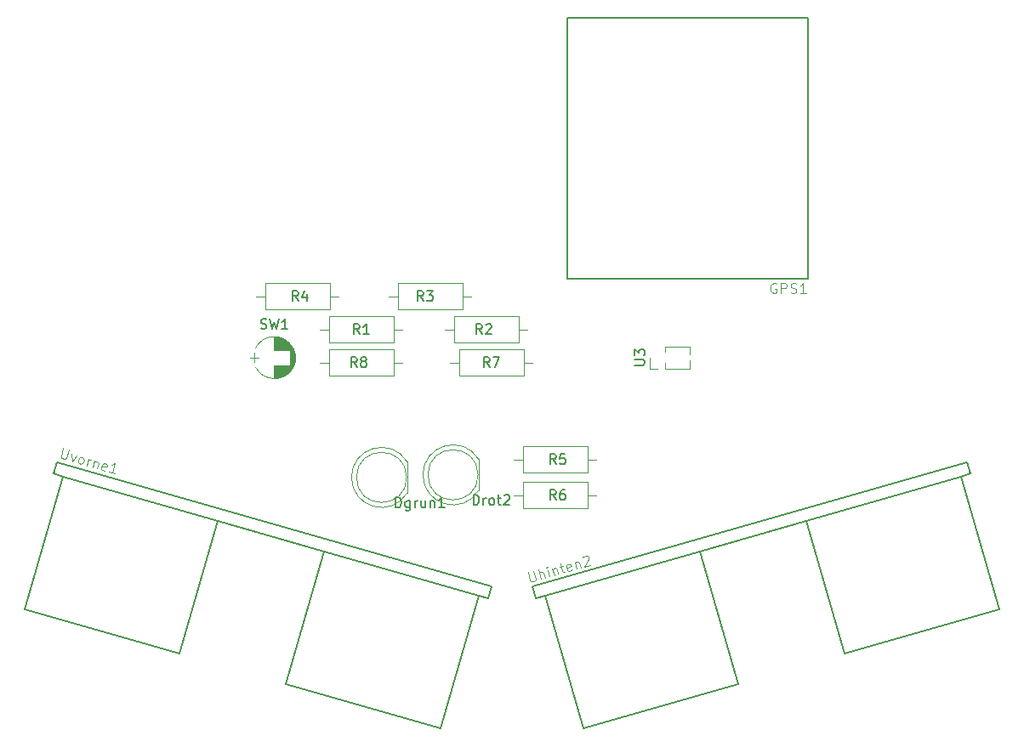
<source format=gbr>
G04 #@! TF.GenerationSoftware,KiCad,Pcbnew,(5.0.2)-1*
G04 #@! TF.CreationDate,2021-01-02T20:32:08+01:00*
G04 #@! TF.ProjectId,Radmesser,5261646d-6573-4736-9572-2e6b69636164,rev?*
G04 #@! TF.SameCoordinates,Original*
G04 #@! TF.FileFunction,Legend,Top*
G04 #@! TF.FilePolarity,Positive*
%FSLAX46Y46*%
G04 Gerber Fmt 4.6, Leading zero omitted, Abs format (unit mm)*
G04 Created by KiCad (PCBNEW (5.0.2)-1) date 02.01.2021 20:32:08*
%MOMM*%
%LPD*%
G01*
G04 APERTURE LIST*
%ADD10C,0.127000*%
%ADD11C,0.120000*%
%ADD12C,0.015000*%
%ADD13C,0.150000*%
G04 APERTURE END LIST*
D10*
G04 #@! TO.C,Uvorne1*
X122751342Y-113247310D02*
X138131529Y-117657507D01*
X148705408Y-120689519D02*
X164085595Y-125099716D01*
X168850652Y-112109942D02*
X167889390Y-111834305D01*
X167889390Y-111834305D02*
X152509203Y-107424107D01*
X152509203Y-107424107D02*
X141935324Y-104392096D01*
X141935324Y-104392096D02*
X126555137Y-99981898D01*
X126555137Y-99981898D02*
X125593876Y-99706261D01*
X125593876Y-99706261D02*
X125924640Y-98552747D01*
X125924640Y-98552747D02*
X169181417Y-110956428D01*
X169181417Y-110956428D02*
X168850652Y-112109942D01*
X126555137Y-99981898D02*
X122751342Y-113247310D01*
X167889390Y-111834305D02*
X164085595Y-125099716D01*
X141935324Y-104392096D02*
X138131529Y-117657507D01*
X152509203Y-107424107D02*
X148705408Y-120689519D01*
G04 #@! TO.C,Uhinten2*
X200524676Y-104392096D02*
X204328471Y-117657507D01*
X189950797Y-107424107D02*
X193754593Y-120689518D01*
X215904863Y-99981898D02*
X219708658Y-113247310D01*
X174570610Y-111834305D02*
X178374405Y-125099716D01*
X216535360Y-98552747D02*
X216866124Y-99706261D01*
X173278583Y-110956428D02*
X216535360Y-98552747D01*
X173609348Y-112109942D02*
X173278583Y-110956428D01*
X174570610Y-111834305D02*
X173609348Y-112109942D01*
X189950797Y-107424107D02*
X174570610Y-111834305D01*
X200524676Y-104392096D02*
X189950797Y-107424107D01*
X215904863Y-99981898D02*
X200524676Y-104392096D01*
X216866124Y-99706261D02*
X215904863Y-99981898D01*
X204328471Y-117657507D02*
X219708658Y-113247310D01*
X178374405Y-125099716D02*
X193754593Y-120689518D01*
D11*
G04 #@! TO.C,Drot2*
X162364000Y-99821538D02*
G75*
G03X167914000Y-101366830I2990000J-462D01*
G01*
X162364000Y-99822462D02*
G75*
G02X167914000Y-98277170I2990000J462D01*
G01*
X167854000Y-99822000D02*
G75*
G03X167854000Y-99822000I-2500000J0D01*
G01*
X167914000Y-101367000D02*
X167914000Y-98277000D01*
G04 #@! TO.C,Dgrun1*
X160802000Y-101621000D02*
X160802000Y-98531000D01*
X160742000Y-100076000D02*
G75*
G03X160742000Y-100076000I-2500000J0D01*
G01*
X155252000Y-100076462D02*
G75*
G02X160802000Y-98531170I2990000J462D01*
G01*
X155252000Y-100075538D02*
G75*
G03X160802000Y-101620830I2990000J-462D01*
G01*
D10*
G04 #@! TO.C,GPS1*
X200722000Y-80312000D02*
X176722000Y-80312000D01*
X200722000Y-54312000D02*
X176722000Y-54312000D01*
X200722000Y-80312000D02*
X200722000Y-54312000D01*
X176722000Y-80312000D02*
X176722000Y-54312000D01*
D11*
G04 #@! TO.C,U3*
X184914000Y-89248000D02*
X184914000Y-88138000D01*
X185674000Y-89248000D02*
X184914000Y-89248000D01*
X186434000Y-87574529D02*
X186434000Y-87028000D01*
X186434000Y-89248000D02*
X186434000Y-88701471D01*
X186434000Y-87028000D02*
X188909000Y-87028000D01*
X186434000Y-89248000D02*
X188909000Y-89248000D01*
X188909000Y-87830470D02*
X188909000Y-87028000D01*
X188909000Y-89248000D02*
X188909000Y-88445530D01*
G04 #@! TO.C,SW1*
X145562000Y-87688000D02*
X145562000Y-88588000D01*
X145112000Y-88138000D02*
X146012000Y-88138000D01*
X149643000Y-87973000D02*
X149643000Y-88303000D01*
X149603000Y-87723000D02*
X149603000Y-88553000D01*
X149563000Y-87571000D02*
X149563000Y-88705000D01*
X149523000Y-87452000D02*
X149523000Y-88824000D01*
X149483000Y-87352000D02*
X149483000Y-88924000D01*
X149443000Y-87264000D02*
X149443000Y-89012000D01*
X149403000Y-87186000D02*
X149403000Y-89090000D01*
X149363000Y-87115000D02*
X149363000Y-89161000D01*
X149323000Y-87050000D02*
X149323000Y-89226000D01*
X149283000Y-86990000D02*
X149283000Y-89286000D01*
X149243000Y-86934000D02*
X149243000Y-89342000D01*
X149203000Y-86882000D02*
X149203000Y-89394000D01*
X149163000Y-86833000D02*
X149163000Y-89443000D01*
X149123000Y-86787000D02*
X149123000Y-89489000D01*
X149083000Y-88918000D02*
X149083000Y-89533000D01*
X149083000Y-86743000D02*
X149083000Y-87358000D01*
X149043000Y-88918000D02*
X149043000Y-89574000D01*
X149043000Y-86702000D02*
X149043000Y-87358000D01*
X149003000Y-88918000D02*
X149003000Y-89613000D01*
X149003000Y-86663000D02*
X149003000Y-87358000D01*
X148963000Y-88918000D02*
X148963000Y-89650000D01*
X148963000Y-86626000D02*
X148963000Y-87358000D01*
X148923000Y-88918000D02*
X148923000Y-89685000D01*
X148923000Y-86591000D02*
X148923000Y-87358000D01*
X148883000Y-88918000D02*
X148883000Y-89719000D01*
X148883000Y-86557000D02*
X148883000Y-87358000D01*
X148843000Y-88918000D02*
X148843000Y-89751000D01*
X148843000Y-86525000D02*
X148843000Y-87358000D01*
X148803000Y-88918000D02*
X148803000Y-89781000D01*
X148803000Y-86495000D02*
X148803000Y-87358000D01*
X148763000Y-88918000D02*
X148763000Y-89810000D01*
X148763000Y-86466000D02*
X148763000Y-87358000D01*
X148723000Y-88918000D02*
X148723000Y-89837000D01*
X148723000Y-86439000D02*
X148723000Y-87358000D01*
X148683000Y-88918000D02*
X148683000Y-89863000D01*
X148683000Y-86413000D02*
X148683000Y-87358000D01*
X148643000Y-88918000D02*
X148643000Y-89888000D01*
X148643000Y-86388000D02*
X148643000Y-87358000D01*
X148603000Y-88918000D02*
X148603000Y-89911000D01*
X148603000Y-86365000D02*
X148603000Y-87358000D01*
X148563000Y-88918000D02*
X148563000Y-89934000D01*
X148563000Y-86342000D02*
X148563000Y-87358000D01*
X148523000Y-88918000D02*
X148523000Y-89955000D01*
X148523000Y-86321000D02*
X148523000Y-87358000D01*
X148483000Y-88918000D02*
X148483000Y-89975000D01*
X148483000Y-86301000D02*
X148483000Y-87358000D01*
X148443000Y-88918000D02*
X148443000Y-89994000D01*
X148443000Y-86282000D02*
X148443000Y-87358000D01*
X148403000Y-88918000D02*
X148403000Y-90012000D01*
X148403000Y-86264000D02*
X148403000Y-87358000D01*
X148363000Y-88918000D02*
X148363000Y-90029000D01*
X148363000Y-86247000D02*
X148363000Y-87358000D01*
X148323000Y-88918000D02*
X148323000Y-90045000D01*
X148323000Y-86231000D02*
X148323000Y-87358000D01*
X148283000Y-88918000D02*
X148283000Y-90061000D01*
X148283000Y-86215000D02*
X148283000Y-87358000D01*
X148242000Y-88918000D02*
X148242000Y-90075000D01*
X148242000Y-86201000D02*
X148242000Y-87358000D01*
X148202000Y-88918000D02*
X148202000Y-90088000D01*
X148202000Y-86188000D02*
X148202000Y-87358000D01*
X148162000Y-88918000D02*
X148162000Y-90101000D01*
X148162000Y-86175000D02*
X148162000Y-87358000D01*
X148122000Y-88918000D02*
X148122000Y-90112000D01*
X148122000Y-86164000D02*
X148122000Y-87358000D01*
X148082000Y-88918000D02*
X148082000Y-90123000D01*
X148082000Y-86153000D02*
X148082000Y-87358000D01*
X148042000Y-88918000D02*
X148042000Y-90133000D01*
X148042000Y-86143000D02*
X148042000Y-87358000D01*
X148002000Y-88918000D02*
X148002000Y-90142000D01*
X148002000Y-86134000D02*
X148002000Y-87358000D01*
X147962000Y-88918000D02*
X147962000Y-90150000D01*
X147962000Y-86126000D02*
X147962000Y-87358000D01*
X147922000Y-88918000D02*
X147922000Y-90157000D01*
X147922000Y-86119000D02*
X147922000Y-87358000D01*
X147882000Y-88918000D02*
X147882000Y-90164000D01*
X147882000Y-86112000D02*
X147882000Y-87358000D01*
X147842000Y-88918000D02*
X147842000Y-90170000D01*
X147842000Y-86106000D02*
X147842000Y-87358000D01*
X147802000Y-88918000D02*
X147802000Y-90175000D01*
X147802000Y-86101000D02*
X147802000Y-87358000D01*
X147762000Y-88918000D02*
X147762000Y-90179000D01*
X147762000Y-86097000D02*
X147762000Y-87358000D01*
X147722000Y-88918000D02*
X147722000Y-90182000D01*
X147722000Y-86094000D02*
X147722000Y-87358000D01*
X147682000Y-88918000D02*
X147682000Y-90185000D01*
X147682000Y-86091000D02*
X147682000Y-87358000D01*
X147642000Y-88918000D02*
X147642000Y-90187000D01*
X147642000Y-86089000D02*
X147642000Y-87358000D01*
X147602000Y-88918000D02*
X147602000Y-90188000D01*
X147602000Y-86088000D02*
X147602000Y-87358000D01*
X147562000Y-86088000D02*
X147562000Y-87358000D01*
X147562000Y-88918000D02*
X147562000Y-90188000D01*
X149408436Y-89117170D02*
G75*
G03X149407996Y-87158000I-1846436J979170D01*
G01*
X149408436Y-89117170D02*
G75*
G02X145716004Y-89118000I-1846436J979170D01*
G01*
X149408436Y-87158830D02*
G75*
G03X145716004Y-87158000I-1846436J-979170D01*
G01*
G04 #@! TO.C,R1*
X152110000Y-85344000D02*
X153000000Y-85344000D01*
X160310000Y-85344000D02*
X159420000Y-85344000D01*
X153000000Y-86654000D02*
X159420000Y-86654000D01*
X153000000Y-84034000D02*
X153000000Y-86654000D01*
X159420000Y-84034000D02*
X153000000Y-84034000D01*
X159420000Y-86654000D02*
X159420000Y-84034000D01*
G04 #@! TO.C,R2*
X171866000Y-86654000D02*
X171866000Y-84034000D01*
X171866000Y-84034000D02*
X165446000Y-84034000D01*
X165446000Y-84034000D02*
X165446000Y-86654000D01*
X165446000Y-86654000D02*
X171866000Y-86654000D01*
X172756000Y-85344000D02*
X171866000Y-85344000D01*
X164556000Y-85344000D02*
X165446000Y-85344000D01*
G04 #@! TO.C,R3*
X167168000Y-82042000D02*
X166278000Y-82042000D01*
X158968000Y-82042000D02*
X159858000Y-82042000D01*
X166278000Y-80732000D02*
X159858000Y-80732000D01*
X166278000Y-83352000D02*
X166278000Y-80732000D01*
X159858000Y-83352000D02*
X166278000Y-83352000D01*
X159858000Y-80732000D02*
X159858000Y-83352000D01*
G04 #@! TO.C,R4*
X146650000Y-80732000D02*
X146650000Y-83352000D01*
X146650000Y-83352000D02*
X153070000Y-83352000D01*
X153070000Y-83352000D02*
X153070000Y-80732000D01*
X153070000Y-80732000D02*
X146650000Y-80732000D01*
X145760000Y-82042000D02*
X146650000Y-82042000D01*
X153960000Y-82042000D02*
X153070000Y-82042000D01*
G04 #@! TO.C,R5*
X179614000Y-98298000D02*
X178724000Y-98298000D01*
X171414000Y-98298000D02*
X172304000Y-98298000D01*
X178724000Y-96988000D02*
X172304000Y-96988000D01*
X178724000Y-99608000D02*
X178724000Y-96988000D01*
X172304000Y-99608000D02*
X178724000Y-99608000D01*
X172304000Y-96988000D02*
X172304000Y-99608000D01*
G04 #@! TO.C,R6*
X172304000Y-100544000D02*
X172304000Y-103164000D01*
X172304000Y-103164000D02*
X178724000Y-103164000D01*
X178724000Y-103164000D02*
X178724000Y-100544000D01*
X178724000Y-100544000D02*
X172304000Y-100544000D01*
X171414000Y-101854000D02*
X172304000Y-101854000D01*
X179614000Y-101854000D02*
X178724000Y-101854000D01*
G04 #@! TO.C,R7*
X165064000Y-88646000D02*
X165954000Y-88646000D01*
X173264000Y-88646000D02*
X172374000Y-88646000D01*
X165954000Y-89956000D02*
X172374000Y-89956000D01*
X165954000Y-87336000D02*
X165954000Y-89956000D01*
X172374000Y-87336000D02*
X165954000Y-87336000D01*
X172374000Y-89956000D02*
X172374000Y-87336000D01*
G04 #@! TO.C,R8*
X159420000Y-89956000D02*
X159420000Y-87336000D01*
X159420000Y-87336000D02*
X153000000Y-87336000D01*
X153000000Y-87336000D02*
X153000000Y-89956000D01*
X153000000Y-89956000D02*
X159420000Y-89956000D01*
X160310000Y-88646000D02*
X159420000Y-88646000D01*
X152110000Y-88646000D02*
X153000000Y-88646000D01*
G04 #@! TO.C,Uvorne1*
D12*
X126557388Y-97172493D02*
X126334137Y-97951062D01*
X126353671Y-98055791D01*
X126386336Y-98114722D01*
X126464800Y-98186785D01*
X126647993Y-98239314D01*
X126752722Y-98219781D01*
X126811652Y-98187115D01*
X126883715Y-98108651D01*
X127106966Y-97330082D01*
X127381425Y-97755729D02*
X127426562Y-98462565D01*
X127839407Y-97887053D01*
X128159333Y-98672684D02*
X128080869Y-98600621D01*
X128048203Y-98541690D01*
X128028670Y-98436962D01*
X128107464Y-98162173D01*
X128179527Y-98083709D01*
X128238458Y-98051043D01*
X128343186Y-98031509D01*
X128480581Y-98070907D01*
X128559045Y-98142970D01*
X128591711Y-98201900D01*
X128611244Y-98306629D01*
X128532449Y-98581418D01*
X128460386Y-98659882D01*
X128401456Y-98692548D01*
X128296727Y-98712081D01*
X128159333Y-98672684D01*
X128892103Y-98882802D02*
X129075957Y-98241628D01*
X129023427Y-98424821D02*
X129095490Y-98346357D01*
X129154421Y-98313691D01*
X129259150Y-98294158D01*
X129350746Y-98320423D01*
X129671333Y-98412349D02*
X129487480Y-99053524D01*
X129645068Y-98503946D02*
X129703999Y-98471280D01*
X129808728Y-98451747D01*
X129946122Y-98491144D01*
X130024586Y-98563207D01*
X130044120Y-98667936D01*
X129899663Y-99171716D01*
X130737162Y-99362301D02*
X130632434Y-99381834D01*
X130449241Y-99329305D01*
X130370777Y-99257242D01*
X130351244Y-99152513D01*
X130456303Y-98786127D01*
X130528366Y-98707664D01*
X130633095Y-98688130D01*
X130816288Y-98740660D01*
X130894751Y-98812723D01*
X130914285Y-98917452D01*
X130888020Y-99009048D01*
X130403773Y-98969320D01*
X131685792Y-99683880D02*
X131136214Y-99526291D01*
X131411003Y-99605085D02*
X131686783Y-98643324D01*
X131555790Y-98754453D01*
X131437929Y-98819785D01*
X131333200Y-98839318D01*
G04 #@! TO.C,Uhinten2*
X172808972Y-109529395D02*
X173032223Y-110307964D01*
X173104286Y-110386428D01*
X173163216Y-110419094D01*
X173267945Y-110438627D01*
X173451138Y-110386097D01*
X173529602Y-110314034D01*
X173562268Y-110255104D01*
X173581801Y-110150375D01*
X173358550Y-109371806D01*
X174092312Y-110202244D02*
X173816532Y-109240482D01*
X174504496Y-110084052D02*
X174360039Y-109580272D01*
X174287976Y-109501808D01*
X174183247Y-109482275D01*
X174045853Y-109521672D01*
X173967389Y-109593735D01*
X173934723Y-109652666D01*
X174962477Y-109952728D02*
X174778624Y-109311553D01*
X174686697Y-108990966D02*
X174654031Y-109049897D01*
X174712962Y-109082563D01*
X174745627Y-109023632D01*
X174686697Y-108990966D01*
X174712962Y-109082563D01*
X175236605Y-109180229D02*
X175420459Y-109821404D01*
X175262870Y-109271826D02*
X175295536Y-109212895D01*
X175374000Y-109140832D01*
X175511394Y-109101435D01*
X175616123Y-109120968D01*
X175688186Y-109199432D01*
X175832643Y-109703212D01*
X175969376Y-108970111D02*
X176335761Y-108865051D01*
X176014844Y-108610126D02*
X176251227Y-109434493D01*
X176323290Y-109512957D01*
X176428019Y-109532491D01*
X176519615Y-109506226D01*
X177193455Y-109263441D02*
X177114991Y-109335504D01*
X176931799Y-109388034D01*
X176827070Y-109368501D01*
X176755007Y-109290037D01*
X176649948Y-108923651D01*
X176669481Y-108818923D01*
X176747945Y-108746860D01*
X176931138Y-108694330D01*
X177035866Y-108713863D01*
X177107929Y-108792327D01*
X177134194Y-108883924D01*
X176702477Y-109106844D01*
X177480716Y-108536741D02*
X177664569Y-109177915D01*
X177506980Y-108628337D02*
X177539646Y-108569407D01*
X177618110Y-108497344D01*
X177755505Y-108457947D01*
X177860233Y-108477480D01*
X177932296Y-108555944D01*
X178076753Y-109059724D01*
X178239421Y-108071367D02*
X178272086Y-108012436D01*
X178350550Y-107940373D01*
X178579541Y-107874711D01*
X178684270Y-107894244D01*
X178743200Y-107926910D01*
X178815263Y-108005374D01*
X178841528Y-108096970D01*
X178835127Y-108247497D01*
X178443138Y-108954664D01*
X179038515Y-108783943D01*
G04 #@! TO.C,Drot2*
D13*
X167378285Y-102814380D02*
X167378285Y-101814380D01*
X167616380Y-101814380D01*
X167759238Y-101862000D01*
X167854476Y-101957238D01*
X167902095Y-102052476D01*
X167949714Y-102242952D01*
X167949714Y-102385809D01*
X167902095Y-102576285D01*
X167854476Y-102671523D01*
X167759238Y-102766761D01*
X167616380Y-102814380D01*
X167378285Y-102814380D01*
X168378285Y-102814380D02*
X168378285Y-102147714D01*
X168378285Y-102338190D02*
X168425904Y-102242952D01*
X168473523Y-102195333D01*
X168568761Y-102147714D01*
X168664000Y-102147714D01*
X169140190Y-102814380D02*
X169044952Y-102766761D01*
X168997333Y-102719142D01*
X168949714Y-102623904D01*
X168949714Y-102338190D01*
X168997333Y-102242952D01*
X169044952Y-102195333D01*
X169140190Y-102147714D01*
X169283047Y-102147714D01*
X169378285Y-102195333D01*
X169425904Y-102242952D01*
X169473523Y-102338190D01*
X169473523Y-102623904D01*
X169425904Y-102719142D01*
X169378285Y-102766761D01*
X169283047Y-102814380D01*
X169140190Y-102814380D01*
X169759238Y-102147714D02*
X170140190Y-102147714D01*
X169902095Y-101814380D02*
X169902095Y-102671523D01*
X169949714Y-102766761D01*
X170044952Y-102814380D01*
X170140190Y-102814380D01*
X170425904Y-101909619D02*
X170473523Y-101862000D01*
X170568761Y-101814380D01*
X170806857Y-101814380D01*
X170902095Y-101862000D01*
X170949714Y-101909619D01*
X170997333Y-102004857D01*
X170997333Y-102100095D01*
X170949714Y-102242952D01*
X170378285Y-102814380D01*
X170997333Y-102814380D01*
G04 #@! TO.C,Dgrun1*
X159647238Y-103068380D02*
X159647238Y-102068380D01*
X159885333Y-102068380D01*
X160028190Y-102116000D01*
X160123428Y-102211238D01*
X160171047Y-102306476D01*
X160218666Y-102496952D01*
X160218666Y-102639809D01*
X160171047Y-102830285D01*
X160123428Y-102925523D01*
X160028190Y-103020761D01*
X159885333Y-103068380D01*
X159647238Y-103068380D01*
X161075809Y-102401714D02*
X161075809Y-103211238D01*
X161028190Y-103306476D01*
X160980571Y-103354095D01*
X160885333Y-103401714D01*
X160742476Y-103401714D01*
X160647238Y-103354095D01*
X161075809Y-103020761D02*
X160980571Y-103068380D01*
X160790095Y-103068380D01*
X160694857Y-103020761D01*
X160647238Y-102973142D01*
X160599619Y-102877904D01*
X160599619Y-102592190D01*
X160647238Y-102496952D01*
X160694857Y-102449333D01*
X160790095Y-102401714D01*
X160980571Y-102401714D01*
X161075809Y-102449333D01*
X161552000Y-103068380D02*
X161552000Y-102401714D01*
X161552000Y-102592190D02*
X161599619Y-102496952D01*
X161647238Y-102449333D01*
X161742476Y-102401714D01*
X161837714Y-102401714D01*
X162599619Y-102401714D02*
X162599619Y-103068380D01*
X162171047Y-102401714D02*
X162171047Y-102925523D01*
X162218666Y-103020761D01*
X162313904Y-103068380D01*
X162456761Y-103068380D01*
X162552000Y-103020761D01*
X162599619Y-102973142D01*
X163075809Y-102401714D02*
X163075809Y-103068380D01*
X163075809Y-102496952D02*
X163123428Y-102449333D01*
X163218666Y-102401714D01*
X163361523Y-102401714D01*
X163456761Y-102449333D01*
X163504380Y-102544571D01*
X163504380Y-103068380D01*
X164504380Y-103068380D02*
X163932952Y-103068380D01*
X164218666Y-103068380D02*
X164218666Y-102068380D01*
X164123428Y-102211238D01*
X164028190Y-102306476D01*
X163932952Y-102354095D01*
G04 #@! TO.C,GPS1*
D12*
X197530904Y-80765030D02*
X197435617Y-80717386D01*
X197292685Y-80717386D01*
X197149754Y-80765030D01*
X197054466Y-80860317D01*
X197006822Y-80955605D01*
X196959179Y-81146180D01*
X196959179Y-81289111D01*
X197006822Y-81479687D01*
X197054466Y-81574974D01*
X197149754Y-81670262D01*
X197292685Y-81717906D01*
X197387973Y-81717906D01*
X197530904Y-81670262D01*
X197578548Y-81622618D01*
X197578548Y-81289111D01*
X197387973Y-81289111D01*
X198007342Y-81717906D02*
X198007342Y-80717386D01*
X198388493Y-80717386D01*
X198483780Y-80765030D01*
X198531424Y-80812673D01*
X198579068Y-80907961D01*
X198579068Y-81050892D01*
X198531424Y-81146180D01*
X198483780Y-81193824D01*
X198388493Y-81241468D01*
X198007342Y-81241468D01*
X198960219Y-81670262D02*
X199103150Y-81717906D01*
X199341369Y-81717906D01*
X199436657Y-81670262D01*
X199484300Y-81622618D01*
X199531944Y-81527330D01*
X199531944Y-81432043D01*
X199484300Y-81336755D01*
X199436657Y-81289111D01*
X199341369Y-81241468D01*
X199150794Y-81193824D01*
X199055506Y-81146180D01*
X199007862Y-81098536D01*
X198960219Y-81003249D01*
X198960219Y-80907961D01*
X199007862Y-80812673D01*
X199055506Y-80765030D01*
X199150794Y-80717386D01*
X199389013Y-80717386D01*
X199531944Y-80765030D01*
X200484820Y-81717906D02*
X199913095Y-81717906D01*
X200198958Y-81717906D02*
X200198958Y-80717386D01*
X200103670Y-80860317D01*
X200008382Y-80955605D01*
X199913095Y-81003249D01*
G04 #@! TO.C,U3*
D13*
X183431380Y-88899904D02*
X184240904Y-88899904D01*
X184336142Y-88852285D01*
X184383761Y-88804666D01*
X184431380Y-88709428D01*
X184431380Y-88518952D01*
X184383761Y-88423714D01*
X184336142Y-88376095D01*
X184240904Y-88328476D01*
X183431380Y-88328476D01*
X183431380Y-87947523D02*
X183431380Y-87328476D01*
X183812333Y-87661809D01*
X183812333Y-87518952D01*
X183859952Y-87423714D01*
X183907571Y-87376095D01*
X184002809Y-87328476D01*
X184240904Y-87328476D01*
X184336142Y-87376095D01*
X184383761Y-87423714D01*
X184431380Y-87518952D01*
X184431380Y-87804666D01*
X184383761Y-87899904D01*
X184336142Y-87947523D01*
G04 #@! TO.C,SW1*
X146228666Y-85232761D02*
X146371523Y-85280380D01*
X146609619Y-85280380D01*
X146704857Y-85232761D01*
X146752476Y-85185142D01*
X146800095Y-85089904D01*
X146800095Y-84994666D01*
X146752476Y-84899428D01*
X146704857Y-84851809D01*
X146609619Y-84804190D01*
X146419142Y-84756571D01*
X146323904Y-84708952D01*
X146276285Y-84661333D01*
X146228666Y-84566095D01*
X146228666Y-84470857D01*
X146276285Y-84375619D01*
X146323904Y-84328000D01*
X146419142Y-84280380D01*
X146657238Y-84280380D01*
X146800095Y-84328000D01*
X147133428Y-84280380D02*
X147371523Y-85280380D01*
X147562000Y-84566095D01*
X147752476Y-85280380D01*
X147990571Y-84280380D01*
X148895333Y-85280380D02*
X148323904Y-85280380D01*
X148609619Y-85280380D02*
X148609619Y-84280380D01*
X148514380Y-84423238D01*
X148419142Y-84518476D01*
X148323904Y-84566095D01*
G04 #@! TO.C,R1*
X156043333Y-85796380D02*
X155710000Y-85320190D01*
X155471904Y-85796380D02*
X155471904Y-84796380D01*
X155852857Y-84796380D01*
X155948095Y-84844000D01*
X155995714Y-84891619D01*
X156043333Y-84986857D01*
X156043333Y-85129714D01*
X155995714Y-85224952D01*
X155948095Y-85272571D01*
X155852857Y-85320190D01*
X155471904Y-85320190D01*
X156995714Y-85796380D02*
X156424285Y-85796380D01*
X156710000Y-85796380D02*
X156710000Y-84796380D01*
X156614761Y-84939238D01*
X156519523Y-85034476D01*
X156424285Y-85082095D01*
G04 #@! TO.C,R2*
X168235333Y-85796380D02*
X167902000Y-85320190D01*
X167663904Y-85796380D02*
X167663904Y-84796380D01*
X168044857Y-84796380D01*
X168140095Y-84844000D01*
X168187714Y-84891619D01*
X168235333Y-84986857D01*
X168235333Y-85129714D01*
X168187714Y-85224952D01*
X168140095Y-85272571D01*
X168044857Y-85320190D01*
X167663904Y-85320190D01*
X168616285Y-84891619D02*
X168663904Y-84844000D01*
X168759142Y-84796380D01*
X168997238Y-84796380D01*
X169092476Y-84844000D01*
X169140095Y-84891619D01*
X169187714Y-84986857D01*
X169187714Y-85082095D01*
X169140095Y-85224952D01*
X168568666Y-85796380D01*
X169187714Y-85796380D01*
G04 #@! TO.C,R3*
X162393333Y-82494380D02*
X162060000Y-82018190D01*
X161821904Y-82494380D02*
X161821904Y-81494380D01*
X162202857Y-81494380D01*
X162298095Y-81542000D01*
X162345714Y-81589619D01*
X162393333Y-81684857D01*
X162393333Y-81827714D01*
X162345714Y-81922952D01*
X162298095Y-81970571D01*
X162202857Y-82018190D01*
X161821904Y-82018190D01*
X162726666Y-81494380D02*
X163345714Y-81494380D01*
X163012380Y-81875333D01*
X163155238Y-81875333D01*
X163250476Y-81922952D01*
X163298095Y-81970571D01*
X163345714Y-82065809D01*
X163345714Y-82303904D01*
X163298095Y-82399142D01*
X163250476Y-82446761D01*
X163155238Y-82494380D01*
X162869523Y-82494380D01*
X162774285Y-82446761D01*
X162726666Y-82399142D01*
G04 #@! TO.C,R4*
X149947333Y-82494380D02*
X149614000Y-82018190D01*
X149375904Y-82494380D02*
X149375904Y-81494380D01*
X149756857Y-81494380D01*
X149852095Y-81542000D01*
X149899714Y-81589619D01*
X149947333Y-81684857D01*
X149947333Y-81827714D01*
X149899714Y-81922952D01*
X149852095Y-81970571D01*
X149756857Y-82018190D01*
X149375904Y-82018190D01*
X150804476Y-81827714D02*
X150804476Y-82494380D01*
X150566380Y-81446761D02*
X150328285Y-82161047D01*
X150947333Y-82161047D01*
G04 #@! TO.C,R5*
X175601333Y-98750380D02*
X175268000Y-98274190D01*
X175029904Y-98750380D02*
X175029904Y-97750380D01*
X175410857Y-97750380D01*
X175506095Y-97798000D01*
X175553714Y-97845619D01*
X175601333Y-97940857D01*
X175601333Y-98083714D01*
X175553714Y-98178952D01*
X175506095Y-98226571D01*
X175410857Y-98274190D01*
X175029904Y-98274190D01*
X176506095Y-97750380D02*
X176029904Y-97750380D01*
X175982285Y-98226571D01*
X176029904Y-98178952D01*
X176125142Y-98131333D01*
X176363238Y-98131333D01*
X176458476Y-98178952D01*
X176506095Y-98226571D01*
X176553714Y-98321809D01*
X176553714Y-98559904D01*
X176506095Y-98655142D01*
X176458476Y-98702761D01*
X176363238Y-98750380D01*
X176125142Y-98750380D01*
X176029904Y-98702761D01*
X175982285Y-98655142D01*
G04 #@! TO.C,R6*
X175601333Y-102306380D02*
X175268000Y-101830190D01*
X175029904Y-102306380D02*
X175029904Y-101306380D01*
X175410857Y-101306380D01*
X175506095Y-101354000D01*
X175553714Y-101401619D01*
X175601333Y-101496857D01*
X175601333Y-101639714D01*
X175553714Y-101734952D01*
X175506095Y-101782571D01*
X175410857Y-101830190D01*
X175029904Y-101830190D01*
X176458476Y-101306380D02*
X176268000Y-101306380D01*
X176172761Y-101354000D01*
X176125142Y-101401619D01*
X176029904Y-101544476D01*
X175982285Y-101734952D01*
X175982285Y-102115904D01*
X176029904Y-102211142D01*
X176077523Y-102258761D01*
X176172761Y-102306380D01*
X176363238Y-102306380D01*
X176458476Y-102258761D01*
X176506095Y-102211142D01*
X176553714Y-102115904D01*
X176553714Y-101877809D01*
X176506095Y-101782571D01*
X176458476Y-101734952D01*
X176363238Y-101687333D01*
X176172761Y-101687333D01*
X176077523Y-101734952D01*
X176029904Y-101782571D01*
X175982285Y-101877809D01*
G04 #@! TO.C,R7*
X168997333Y-89098380D02*
X168664000Y-88622190D01*
X168425904Y-89098380D02*
X168425904Y-88098380D01*
X168806857Y-88098380D01*
X168902095Y-88146000D01*
X168949714Y-88193619D01*
X168997333Y-88288857D01*
X168997333Y-88431714D01*
X168949714Y-88526952D01*
X168902095Y-88574571D01*
X168806857Y-88622190D01*
X168425904Y-88622190D01*
X169330666Y-88098380D02*
X169997333Y-88098380D01*
X169568761Y-89098380D01*
G04 #@! TO.C,R8*
X155789333Y-89098380D02*
X155456000Y-88622190D01*
X155217904Y-89098380D02*
X155217904Y-88098380D01*
X155598857Y-88098380D01*
X155694095Y-88146000D01*
X155741714Y-88193619D01*
X155789333Y-88288857D01*
X155789333Y-88431714D01*
X155741714Y-88526952D01*
X155694095Y-88574571D01*
X155598857Y-88622190D01*
X155217904Y-88622190D01*
X156360761Y-88526952D02*
X156265523Y-88479333D01*
X156217904Y-88431714D01*
X156170285Y-88336476D01*
X156170285Y-88288857D01*
X156217904Y-88193619D01*
X156265523Y-88146000D01*
X156360761Y-88098380D01*
X156551238Y-88098380D01*
X156646476Y-88146000D01*
X156694095Y-88193619D01*
X156741714Y-88288857D01*
X156741714Y-88336476D01*
X156694095Y-88431714D01*
X156646476Y-88479333D01*
X156551238Y-88526952D01*
X156360761Y-88526952D01*
X156265523Y-88574571D01*
X156217904Y-88622190D01*
X156170285Y-88717428D01*
X156170285Y-88907904D01*
X156217904Y-89003142D01*
X156265523Y-89050761D01*
X156360761Y-89098380D01*
X156551238Y-89098380D01*
X156646476Y-89050761D01*
X156694095Y-89003142D01*
X156741714Y-88907904D01*
X156741714Y-88717428D01*
X156694095Y-88622190D01*
X156646476Y-88574571D01*
X156551238Y-88526952D01*
G04 #@! TD*
M02*

</source>
